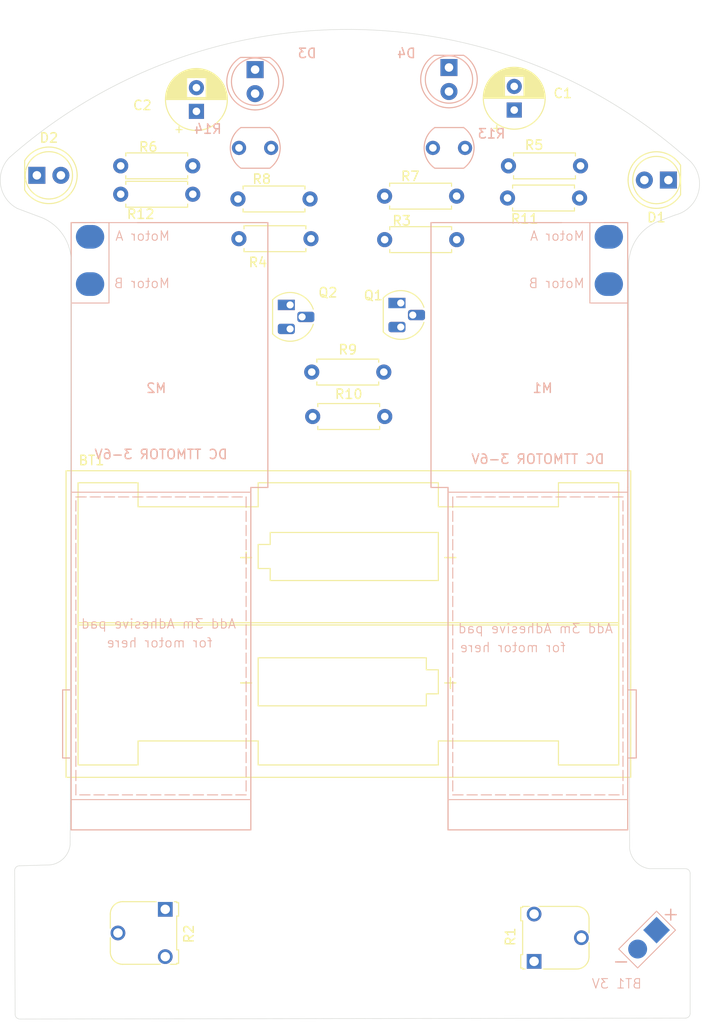
<source format=kicad_pcb>
(kicad_pcb (version 20240108) (generator "pcbnew") (generator_version "8.0")
  (layers (0 "F.Cu" signal) (31 "B.Cu" signal) (34 "B.Paste" user) (35 "F.Paste" user) (36 "B.SilkS" user "B.Silkscreen") (37 "F.SilkS" user "F.Silkscreen") (38 "B.Mask" user) (39 "F.Mask" user) (44 "Edge.Cuts" user))
  (net 0 "")
  (net 1 "Net-(BT1--)")
  (net 2 "Net-(BT1-+)")
  (net 3 "Net-(D1-A)")
  (net 4 "Net-(D1-K)")
  (net 5 "Net-(D2-A)")
  (net 6 "Net-(D4-A)")
  (net 7 "Net-(M1-+)")
  (net 8 "Net-(M2-+)")
  (net 9 "Net-(Q1-B)")
  (net 10 "Net-(Q2-B)")
  (net 11 "Net-(U1A-+)")
  (net 12 "Net-(U1A--)")
  (net 13 "Net-(R13-Pad1)")
  (net 14 "Net-(R14-Pad1)")
  (net 15 "Net-(R9-Pad1)")
  (net 16 "Net-(R10-Pad1)")
  (net 17 "Net-(D3-A)")
  (footprint "Resistor_THT:R_Axial_DIN0207_L6.3mm_D2.5mm_P7.62mm_Horizontal" (layer "F.Cu") (at 66.29 72.9)
    (property "Reference" "R12" (at 2.11 2.1 0) (layer "F.SilkS"))
    (property "Value" "51")
    (pad "1" thru_hole circle (at 0 0) (size 1.6 1.6) (drill 0.8) (layers "*.Cu" "*.Mask") (net 8 "Net-(M2-+)"))
    (pad "2" thru_hole oval (at 7.62 0) (size 1.6 1.6) (drill 0.8) (layers "*.Cu" "*.Mask") (net 5 "Net-(D2-A)"))
  )
  (footprint "Package_TO_SOT_THT:TO-92_HandSolder" (layer "F.Cu") (at 95.9 84.4 -90)
    (property "Reference" "Q1" (at -0.8 2.9 180) (layer "F.SilkS"))
    (property "Value" "S8550")
    (pad "1" thru_hole rect (at 0 0 270) (size 1.1 1.8) (drill 0.75 (offset 0 0.4)) (layers "*.Cu" "*.Mask") (net 2 "Net-(BT1-+)"))
    (pad "2" thru_hole roundrect (at 1.27 -1.27 270) (size 1.1 1.8) (drill 0.75 (offset 0 -0.4)) (layers "*.Cu" "*.Mask") (net 9 "Net-(Q1-B)"))
    (pad "3" thru_hole roundrect (at 2.54 0 270) (size 1.1 1.8) (drill 0.75 (offset 0 0.4)) (layers "*.Cu" "*.Mask") (net 7 "Net-(M1-+)"))
  )
  (footprint "LED_THT:LED_D5.0mm" (layer "F.Cu") (at 57.425 70.9)
    (property "Reference" "D2" (at 1.27 -3.96 0) (layer "F.SilkS"))
    (property "Value" "LED")
    (pad "1" thru_hole rect (at 0 0) (size 1.8 1.8) (drill 0.9) (layers "*.Cu" "*.Mask") (net 4 "Net-(D1-K)"))
    (pad "2" thru_hole circle (at 2.54 0) (size 1.8 1.8) (drill 0.9) (layers "*.Cu" "*.Mask") (net 5 "Net-(D2-A)"))
  )
  (footprint "Resistor_THT:R_Axial_DIN0207_L6.3mm_D2.5mm_P7.62mm_Horizontal" (layer "F.Cu") (at 86.59 96.4)
    (property "Reference" "R10" (at 3.81 -2.37 0) (layer "F.SilkS"))
    (property "Value" "10")
    (pad "1" thru_hole circle (at 0 0) (size 1.6 1.6) (drill 0.8) (layers "*.Cu" "*.Mask") (net 16 "Net-(R10-Pad1)"))
    (pad "2" thru_hole oval (at 7.62 0) (size 1.6 1.6) (drill 0.8) (layers "*.Cu" "*.Mask") (net 10 "Net-(Q2-B)"))
  )
  (footprint "Resistor_THT:R_Axial_DIN0207_L6.3mm_D2.5mm_P7.62mm_Horizontal" (layer "F.Cu") (at 107.19 73.3)
    (property "Reference" "R11" (at 1.81 2.2 0) (layer "F.SilkS"))
    (property "Value" "51")
    (pad "1" thru_hole circle (at 0 0) (size 1.6 1.6) (drill 0.8) (layers "*.Cu" "*.Mask") (net 7 "Net-(M1-+)"))
    (pad "2" thru_hole oval (at 7.62 0) (size 1.6 1.6) (drill 0.8) (layers "*.Cu" "*.Mask") (net 3 "Net-(D1-A)"))
  )
  (footprint "Resistor_THT:R_Axial_DIN0207_L6.3mm_D2.5mm_P7.62mm_Horizontal" (layer "F.Cu") (at 94.2 77.7)
    (property "Reference" "R3" (at 1.8 -2 0) (layer "F.SilkS"))
    (property "Value" "3.3k")
    (pad "1" thru_hole circle (at 0 0) (size 1.6 1.6) (drill 0.8) (layers "*.Cu" "*.Mask") (net 9 "Net-(Q1-B)"))
    (pad "2" thru_hole oval (at 7.62 0) (size 1.6 1.6) (drill 0.8) (layers "*.Cu" "*.Mask") (net 2 "Net-(BT1-+)"))
  )
  (footprint "Potentiometer_THT:Potentiometer_Runtron_RM-065_Vertical" (layer "F.Cu") (at 110 154 90)
    (property "Reference" "R1" (at 2.6 -2.5 270) (layer "F.SilkS"))
    (property "Value" "10k")
    (pad "1" thru_hole rect (at 0 0 90) (size 1.56 1.56) (drill 1) (layers "*.Cu" "*.Mask") (net 2 "Net-(BT1-+)"))
    (pad "2" thru_hole circle (at 2.5 5 90) (size 1.56 1.56) (drill 1) (layers "*.Cu" "*.Mask") (net 2 "Net-(BT1-+)"))
    (pad "3" thru_hole circle (at 5 0 90) (size 1.56 1.56) (drill 1) (layers "*.Cu" "*.Mask") (net 11 "Net-(U1A-+)"))
  )
  (footprint "Package_TO_SOT_THT:TO-92_HandSolder" (layer "F.Cu") (at 84.2 84.6 -90)
    (property "Reference" "Q2" (at -1.3 -4 180) (layer "F.SilkS"))
    (property "Value" "S8550")
    (pad "1" thru_hole rect (at 0 0 270) (size 1.1 1.8) (drill 0.75 (offset 0 0.4)) (layers "*.Cu" "*.Mask") (net 2 "Net-(BT1-+)"))
    (pad "2" thru_hole roundrect (at 1.27 -1.27 270) (size 1.1 1.8) (drill 0.75 (offset 0 -0.4)) (layers "*.Cu" "*.Mask") (net 10 "Net-(Q2-B)"))
    (pad "3" thru_hole roundrect (at 2.54 0 270) (size 1.1 1.8) (drill 0.75 (offset 0 0.4)) (layers "*.Cu" "*.Mask") (net 8 "Net-(M2-+)"))
  )
  (footprint "Resistor_THT:R_Axial_DIN0207_L6.3mm_D2.5mm_P7.62mm_Horizontal" (layer "F.Cu") (at 86.49 91.7)
    (property "Reference" "R9" (at 3.81 -2.37 0) (layer "F.SilkS"))
    (property "Value" "10")
    (pad "1" thru_hole circle (at 0 0) (size 1.6 1.6) (drill 0.8) (layers "*.Cu" "*.Mask") (net 15 "Net-(R9-Pad1)"))
    (pad "2" thru_hole oval (at 7.62 0) (size 1.6 1.6) (drill 0.8) (layers "*.Cu" "*.Mask") (net 9 "Net-(Q1-B)"))
  )
  (footprint "Resistor_THT:R_Axial_DIN0207_L6.3mm_D2.5mm_P7.62mm_Horizontal" (layer "F.Cu") (at 78.79 77.6)
    (property "Reference" "R4" (at 2.01 2.5 0) (layer "F.SilkS"))
    (property "Value" "3.3k")
    (pad "1" thru_hole circle (at 0 0) (size 1.6 1.6) (drill 0.8) (layers "*.Cu" "*.Mask") (net 10 "Net-(Q2-B)"))
    (pad "2" thru_hole oval (at 7.62 0) (size 1.6 1.6) (drill 0.8) (layers "*.Cu" "*.Mask") (net 2 "Net-(BT1-+)"))
  )
  (footprint "Potentiometer_THT:Potentiometer_Runtron_RM-065_Vertical" (layer "F.Cu") (at 71 148.5 -90)
    (property "Reference" "R2" (at 2.6 -2.5 90) (layer "F.SilkS"))
    (property "Value" "10k")
    (pad "1" thru_hole rect (at 0 0 270) (size 1.56 1.56) (drill 1) (layers "*.Cu" "*.Mask") (net 2 "Net-(BT1-+)"))
    (pad "2" thru_hole circle (at 2.5 5 270) (size 1.56 1.56) (drill 1) (layers "*.Cu" "*.Mask") (net 2 "Net-(BT1-+)"))
    (pad "3" thru_hole circle (at 5 0 270) (size 1.56 1.56) (drill 1) (layers "*.Cu" "*.Mask") (net 12 "Net-(U1A--)"))
  )
  (footprint "Capacitor_THT:CP_Radial_D6.3mm_P2.50mm" (layer "F.Cu") (at 74.295 64.135 90)
    (property "Reference" "C2" (at 0.635 -5.715 0) (layer "F.SilkS"))
    (property "Value" "100μF")
    (pad "1" thru_hole rect (at 0 0 90) (size 1.6 1.6) (drill 0.8) (layers "*.Cu" "*.Mask") (net 17 "Net-(D3-A)"))
    (pad "2" thru_hole circle (at 2.5 0 90) (size 1.6 1.6) (drill 0.8) (layers "*.Cu" "*.Mask") (net 4 "Net-(D1-K)"))
  )
  (footprint "Battery:BatteryHolder_Keystone_2462_2xAA" (layer "F.Cu") (at 63.2 111.1975)
    (property "Reference" "BT1" (at 0 -10.16 180) (layer "F.SilkS"))
    (property "Value" "DC3V")
    (fp_text user "+" (at 61.25 37.75 0) (layer "B.SilkS") (effects (font (size 1.5 1.5))))
    (fp_text user "BT1 3V" (at 58.25 45.75 0) (layer "B.SilkS") (effects (font (thickness 0.1)) (justify left bottom mirror)))
    (fp_text user "-" (at 56 42.75 0) (layer "B.SilkS") (effects (font (size 1.5 1.5))))
    (fp_text user "-" (at 16.355 13.25 0) (layer "F.SilkS") (effects (font (size 1.5 1.5))))
    (fp_text user "+" (at 16.355 0 0) (layer "F.SilkS") (effects (font (size 1.5 1.5))))
    (fp_text user "+" (at 37.945 13.25 0) (layer "F.SilkS") (effects (font (size 1.5 1.5))))
    (fp_text user "-" (at 37.945 0 0) (layer "F.SilkS") (effects (font (size 1.5 1.5))))
    (pad "" np_thru_hole circle (at 27.165 0) (size 3.3 3.3) (drill 3.3) (layers "*.Cu" "*.Mask"))
    (pad "" np_thru_hole circle (at 27.165 13.25) (size 3.3 3.3) (drill 3.3) (layers "*.Cu" "*.Mask"))
    (pad "1" smd rect (at 59.75 39.5 45) (size 2 2) (layers "B.Cu" "B.Paste" "B.Mask") (net 2 "Net-(BT1-+)"))
    (pad "2" smd circle (at 57.75 41.5) (size 2 2) (layers "B.Cu" "B.Paste" "B.Mask") (net 1 "Net-(BT1--)"))
  )
  (footprint "Resistor_THT:R_Axial_DIN0207_L6.3mm_D2.5mm_P7.62mm_Horizontal" (layer "F.Cu") (at 78.69 73.4)
    (property "Reference" "R8" (at 2.51 -2.1 0) (layer "F.SilkS"))
    (property "Value" "1K")
    (pad "1" thru_hole circle (at 0 0) (size 1.6 1.6) (drill 0.8) (layers "*.Cu" "*.Mask") (net 12 "Net-(U1A--)"))
    (pad "2" thru_hole oval (at 7.62 0) (size 1.6 1.6) (drill 0.8) (layers "*.Cu" "*.Mask") (net 14 "Net-(R14-Pad1)"))
  )
  (footprint "Resistor_THT:R_Axial_DIN0207_L6.3mm_D2.5mm_P7.62mm_Horizontal" (layer "F.Cu") (at 107.29 69.9)
    (property "Reference" "R5" (at 2.71 -2.2 0) (layer "F.SilkS"))
    (property "Value" "51")
    (pad "1" thru_hole circle (at 0 0) (size 1.6 1.6) (drill 0.8) (layers "*.Cu" "*.Mask") (net 2 "Net-(BT1-+)"))
    (pad "2" thru_hole oval (at 7.62 0) (size 1.6 1.6) (drill 0.8) (layers "*.Cu" "*.Mask") (net 6 "Net-(D4-A)"))
  )
  (footprint "Capacitor_THT:CP_Radial_D6.3mm_P2.50mm" (layer "F.Cu") (at 107.9 64 90)
    (property "Reference" "C1" (at 1.77 5.13 0) (layer "F.SilkS"))
    (property "Value" "100μF")
    (pad "1" thru_hole rect (at 0 0 90) (size 1.6 1.6) (drill 0.8) (layers "*.Cu" "*.Mask") (net 6 "Net-(D4-A)"))
    (pad "2" thru_hole circle (at 2.5 0 90) (size 1.6 1.6) (drill 0.8) (layers "*.Cu" "*.Mask") (net 4 "Net-(D1-K)"))
  )
  (footprint "LED_THT:LED_D5.0mm" (layer "F.Cu") (at 124.2 71.4 180)
    (property "Reference" "D1" (at 1.27 -3.96 180) (layer "F.SilkS"))
    (property "Value" "LED")
    (pad "1" thru_hole rect (at 0 0 180) (size 1.8 1.8) (drill 0.9) (layers "*.Cu" "*.Mask") (net 4 "Net-(D1-K)"))
    (pad "2" thru_hole circle (at 2.54 0 180) (size 1.8 1.8) (drill 0.9) (layers "*.Cu" "*.Mask") (net 3 "Net-(D1-A)"))
  )
  (footprint "Resistor_THT:R_Axial_DIN0207_L6.3mm_D2.5mm_P7.62mm_Horizontal" (layer "F.Cu") (at 66.29 69.9)
    (property "Reference" "R6" (at 2.91 -2 0) (layer "F.SilkS"))
    (property "Value" "51")
    (pad "1" thru_hole circle (at 0 0) (size 1.6 1.6) (drill 0.8) (layers "*.Cu" "*.Mask") (net 2 "Net-(BT1-+)"))
    (pad "2" thru_hole oval (at 7.62 0) (size 1.6 1.6) (drill 0.8) (layers "*.Cu" "*.Mask") (net 17 "Net-(D3-A)"))
  )
  (footprint "Resistor_THT:R_Axial_DIN0207_L6.3mm_D2.5mm_P7.62mm_Horizontal" (layer "F.Cu") (at 94.19 73.1)
    (property "Reference" "R7" (at 2.71 -2.1 0) (layer "F.SilkS"))
    (property "Value" "1K")
    (pad "1" thru_hole circle (at 0 0) (size 1.6 1.6) (drill 0.8) (layers "*.Cu" "*.Mask") (net 11 "Net-(U1A-+)"))
    (pad "2" thru_hole oval (at 7.62 0) (size 1.6 1.6) (drill 0.8) (layers "*.Cu" "*.Mask") (net 13 "Net-(R13-Pad1)"))
  )
  (footprint "LED_THT:LED_D5.0mm_Clear" (layer "B.Cu") (at 101 59.5 -90)
    (property "Reference" "D4" (at -1.5 4.5 -0) (layer "B.SilkS") (effects (justify mirror)))
    (property "Value" "LED1")
    (pad "1" thru_hole rect (at 0 0 270) (size 1.8 1.8) (drill 0.9) (layers "*.Cu" "*.Mask") (net 4 "Net-(D1-K)"))
    (pad "2" thru_hole circle (at 2.54 0 270) (size 1.8 1.8) (drill 0.9) (layers "*.Cu" "*.Mask") (net 6 "Net-(D4-A)"))
  )
  (footprint "LineFollowingRobotFootPrints:TT-Motor" (layer "B.Cu") (at 70.55 86.9 180)
    (property "Reference" "M2" (at 0.5 -6.5 0) (layer "B.SilkS") (effects (justify mirror)))
    (property "Value" "DC TTMOTOR 3-6V" (at 0 -13.5 0) (layer "B.SilkS") (effects (justify mirror)))
    (fp_text user "Motor B" (at -1 4 0) (layer "B.SilkS") (effects (font (thickness 0.1)) (justify left bottom mirror)))
    (fp_text user "Motor A" (at -1 9 0) (layer "B.SilkS") (effects (font (thickness 0.1)) (justify left bottom mirror)))
    (fp_text user "for motor here" (at -5.5 -34 0) (layer "B.SilkS") (effects (font (thickness 0.1)) (justify left bottom mirror)))
    (fp_text user "Add 3m Adhesive pad" (at -8 -32 0) (layer "B.SilkS") (effects (font (thickness 0.1)) (justify left bottom mirror)))
    (pad "1" smd oval (at 7.5 9.5 180) (size 3 2.5) (layers "B.Cu" "B.Paste" "B.Mask") (net 8 "Net-(M2-+)"))
    (pad "2" smd oval (at 7.5 4.5 180) (size 3 2.5) (layers "B.Cu" "B.Paste" "B.Mask") (net 4 "Net-(D1-K)"))
  )
  (footprint "OptoDevice:R_LDR_5.1x4.3mm_P3.4mm_Vertical" (layer "B.Cu") (at 82.2 68 180)
    (property "Reference" "R14" (at 6.7 2 180) (layer "B.SilkS") (effects (justify mirror)))
    (property "Value" "LDR07")
    (pad "1" thru_hole circle (at 0 0 180) (size 1.5 1.5) (drill 0.8) (layers "*.Cu" "*.Mask") (net 14 "Net-(R14-Pad1)"))
    (pad "2" thru_hole circle (at 3.4 0 180) (size 1.5 1.5) (drill 0.8) (layers "*.Cu" "*.Mask") (net 4 "Net-(D1-K)"))
  )
  (footprint "LED_THT:LED_D5.0mm_Clear" (layer "B.Cu") (at 80.5 59.725 -90)
    (property "Reference" "D3" (at -1.725 -5.5 0) (layer "B.SilkS") (effects (justify mirror)))
    (property "Value" "LED2")
    (pad "1" thru_hole rect (at 0 0 270) (size 1.8 1.8) (drill 0.9) (layers "*.Cu" "*.Mask") (net 4 "Net-(D1-K)"))
    (pad "2" thru_hole circle (at 2.54 0 270) (size 1.8 1.8) (drill 0.9) (layers "*.Cu" "*.Mask") (net 17 "Net-(D3-A)"))
  )
  (footprint "LineFollowingRobotFootPrints:TT-Motor" (layer "B.Cu") (at 110.4 128.9)
    (property "Reference" "M1" (at 0.5 -35.5 0) (layer "B.SilkS") (effects (justify mirror)))
    (property "Value" "DC TTMOTOR 3-6V" (at 0 -28 0) (layer "B.SilkS") (effects (justify mirror)))
    (fp_text user "Motor A" (at 5 -51 0) (layer "B.SilkS") (effects (font (thickness 0.1)) (justify left bottom mirror)))
    (fp_text user "Motor B" (at 5 -46 0) (layer "B.SilkS") (effects (font (thickness 0.1)) (justify left bottom mirror)))
    (fp_text user "for motor here" (at 3 -7.5 0) (layer "B.SilkS") (effects (font (thickness 0.1)) (justify left bottom mirror)))
    (fp_text user "Add 3m Adhesive pad" (at 8 -9.5 0) (layer "B.SilkS") (effects (font (thickness 0.1)) (justify left bottom mirror)))
    (pad "1" smd oval (at 7.5 -51.5) (size 3 2.5) (layers "B.Cu" "B.Paste" "B.Mask") (net 7 "Net-(M1-+)"))
    (pad "2" smd oval (at 7.5 -46.5) (size 3 2.5) (layers "B.Cu" "B.Paste" "B.Mask") (net 4 "Net-(D1-K)"))
  )
  (footprint "OptoDevice:R_LDR_5.1x4.3mm_P3.4mm_Vertical" (layer "B.Cu") (at 102.7 68 180)
    (property "Reference" "R13" (at -2.8 1.5 180) (layer "B.SilkS") (effects (justify mirror)))
    (property "Value" "LDR07")
    (pad "1" thru_hole circle (at 0 0 180) (size 1.5 1.5) (drill 0.8) (layers "*.Cu" "*.Mask") (net 13 "Net-(R13-Pad1)"))
    (pad "2" thru_hole circle (at 3.4 0 180) (size 1.5 1.5) (drill 0.8) (layers "*.Cu" "*.Mask") (net 4 "Net-(D1-K)"))
  )
  (gr_line (start 120.103789 142.004274) (end 120 80.5) (stroke (width 0.05)) (layer "Edge.Cuts"))
  (gr_line (start 55.075325 144.400297) (end 55.124674 159.599703) (stroke (width 0.05)) (layer "Edge.Cuts"))
  (gr_line (start 126.5 159.5) (end 126.5 144.7) (stroke (width 0.05)) (layer "Edge.Cuts"))
  (gr_arc (start 57.940947 75.371935) (mid 60.227151 77.254742) (end 61.047403 80.100594) (stroke (width 0.05)) (layer "Edge.Cuts"))
  (gr_arc (start 126.501041 69.398959) (mid 127.369118 72.718077) (end 124.9 75.1) (stroke (width 0.05)) (layer "Edge.Cuts"))
  (gr_arc (start 126.5 159.5) (mid 126.353553 159.853553) (end 126 160) (stroke (width 0.05)) (layer "Edge.Cuts"))
  (gr_line (start 55.624671 160.09808) (end 126 160) (stroke (width 0.05)) (layer "Edge.Cuts"))
  (gr_line (start 58.847404 143.800594) (end 55.575322 143.898674) (stroke (width 0.05)) (layer "Edge.Cuts"))
  (gr_arc (start 55.383943 74.414823) (mid 53.678286 72.318671) (end 54.546363 68.999553) (stroke (width 0.05)) (layer "Edge.Cuts"))
  (gr_line (start 123.106457 75.771341) (end 124.9 75.1) (stroke (width 0.05)) (layer "Edge.Cuts"))
  (gr_line (start 122.2 144.2) (end 126 144.2) (stroke (width 0.05)) (layer "Edge.Cuts"))
  (gr_arc (start 60.950183 141.605415) (mid 60.287522 143.07537) (end 58.847404 143.800593) (stroke (width 0.05)) (layer "Edge.Cuts"))
  (gr_arc (start 126 144.2) (mid 126.353553 144.346447) (end 126.5 144.7) (stroke (width 0.05)) (layer "Edge.Cuts"))
  (gr_line (start 60.943615 141.604868) (end 61.047404 80.100594) (stroke (width 0.05)) (layer "Edge.Cuts"))
  (gr_arc (start 55.075325 144.400297) (mid 55.221199 144.04571) (end 55.575322 143.898674) (stroke (width 0.05)) (layer "Edge.Cuts"))
  (gr_arc (start 54.546363 68.999553) (mid 90.599873 55.476682) (end 126.501041 69.39896) (stroke (width 0.05)) (layer "Edge.Cuts"))
  (gr_arc (start 120.000001 80.5) (mid 120.820253 77.654148) (end 123.106457 75.771341) (stroke (width 0.05)) (layer "Edge.Cuts"))
  (gr_arc (start 55.624671 160.09808) (mid 55.271705 159.952199) (end 55.124674 159.599703) (stroke (width 0.05)) (layer "Edge.Cuts"))
  (gr_arc (start 122.2 144.199999) (mid 120.759882 143.474776) (end 120.097221 142.004821) (stroke (width 0.05)) (layer "Edge.Cuts"))
  (gr_line (start 57.940947 75.371935) (end 55.383943 74.414823) (stroke (width 0.05)) (layer "Edge.Cuts"))
)
</source>
